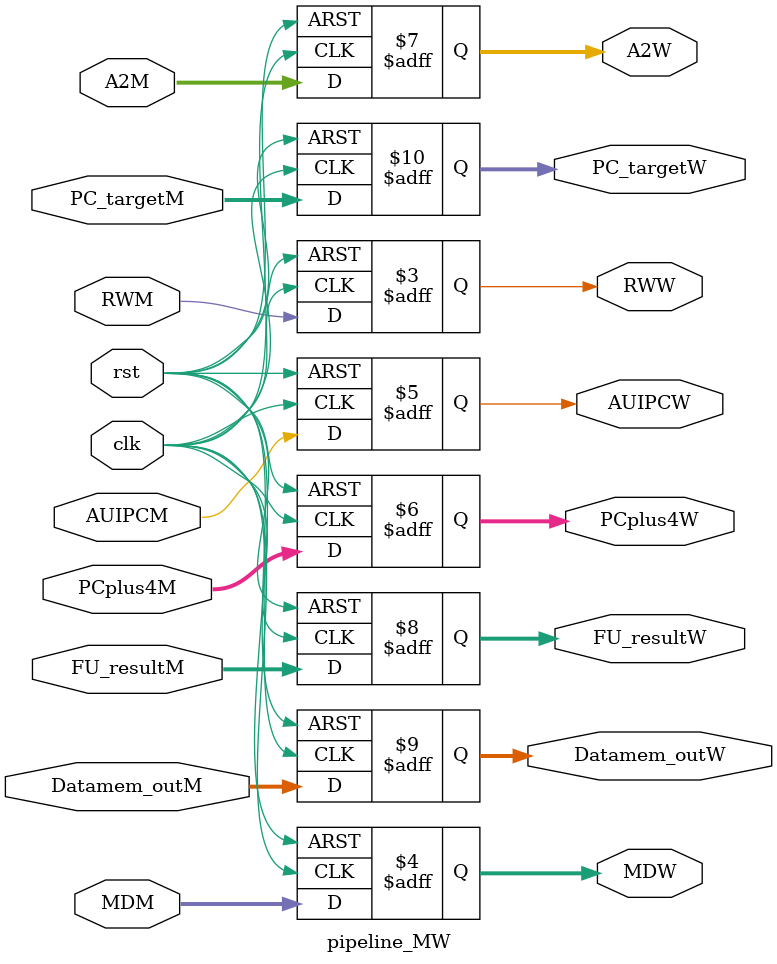
<source format=v>
module pipeline_MW(

    input wire clk,
    input wire rst,
    input wire RWM, 
    input wire [1:0] MDM, 
    input wire AUIPCM, 
    input wire [31:0] PCplus4M,
    input wire [4:0] A2M,
    input wire [31:0] FU_resultM,
    input wire [31:0] Datamem_outM,
    input wire [31:0] PC_targetM,
    output reg RWW, 
    output reg [1:0] MDW, 
    output reg AUIPCW, 
    output reg [31:0] PCplus4W,
    output reg [4:0] A2W,
    output reg [31:0] FU_resultW,
    output reg [31:0] Datamem_outW,
    output reg [31:0] PC_targetW
    );
    
    always @(posedge clk,negedge rst) begin
        if(!rst) begin
            RWW <= 0;
            MDW <= 2'd0;
            AUIPCW <= 0;
            PCplus4W <= 0;
            A2W <= 0;
            FU_resultW <= 0;
            Datamem_outW <= 0;
            PC_targetW <= 0;
            
        end
        else begin
            RWW <= RWM;
            MDW <= MDM;
            AUIPCW <= AUIPCM;
            PCplus4W <= PCplus4M;
            A2W <= A2M;
            FU_resultW <= FU_resultM;
            Datamem_outW <= Datamem_outM;
            PC_targetW <= PC_targetM;
        end
    end
endmodule

</source>
